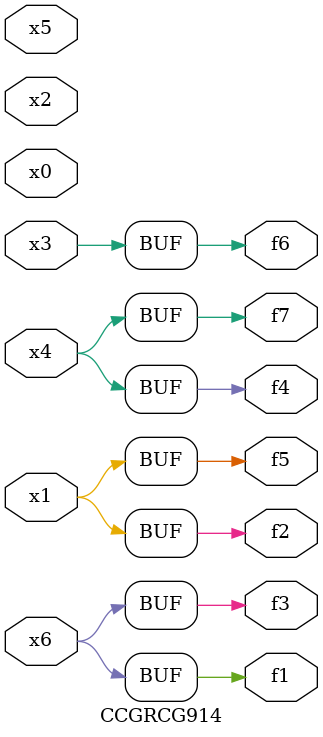
<source format=v>
module CCGRCG914(
	input x0, x1, x2, x3, x4, x5, x6,
	output f1, f2, f3, f4, f5, f6, f7
);
	assign f1 = x6;
	assign f2 = x1;
	assign f3 = x6;
	assign f4 = x4;
	assign f5 = x1;
	assign f6 = x3;
	assign f7 = x4;
endmodule

</source>
